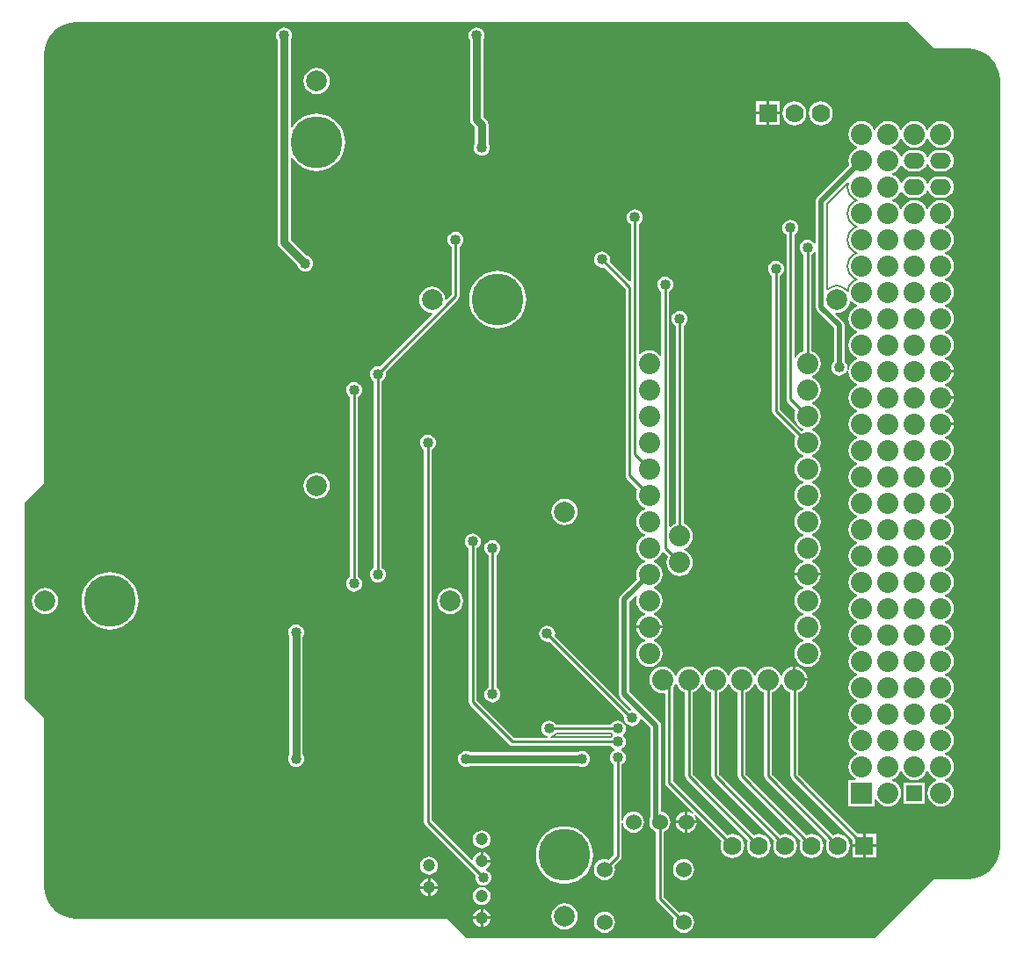
<source format=gbl>
%FSDAX24Y24*%
%MOIN*%
%SFA1B1*%

%IPPOS*%
%ADD18C,0.010000*%
%ADD19C,0.040000*%
%ADD20C,0.020000*%
%ADD21C,0.080000*%
%ADD24C,0.030000*%
%ADD25C,0.060000*%
%ADD26R,0.060000X0.060000*%
%ADD27C,0.080000*%
%ADD28O,0.080000X0.060000*%
%ADD29R,0.080000X0.080000*%
%ADD30C,0.070000*%
%ADD31R,0.070000X0.070000*%
%ADD32C,0.047200*%
%ADD33C,0.040000*%
%ADD34C,0.180000*%
%ADD35C,0.250000*%
%ADD36C,0.078700*%
%ADD37C,0.196900*%
%ADD40C,0.005000*%
%ADD70C,0.160000*%
%LNrwsv3-1*%
%LPD*%
G54D40*
X082079Y043425D02*
X083420D01*
X083579Y043404*
X083734Y043362*
X083882Y043300*
X084022Y043221*
X084149Y043123*
X084263Y043009*
X084361Y042882*
X084441Y042742*
X084502Y042594*
X084544Y042439*
X084565Y042280*
Y042200*
Y013200*
Y013119*
X084544Y012960*
X084502Y012805*
X084441Y012657*
X084361Y012517*
X084263Y012390*
X084149Y012276*
X084022Y012178*
X083882Y012098*
X083734Y012037*
X083579Y011995*
X083420Y011975*
X082079*
X079829Y009725*
X064380*
X063630Y010475*
X049509*
X049350Y010495*
X049195Y010537*
X049047Y010598*
X048907Y010678*
X048780Y010776*
X048666Y010890*
X048568Y011017*
X048489Y011157*
X048427Y011305*
X048385Y011460*
X048365Y011619*
Y011700*
Y018050*
X047615Y018800*
Y026189*
X048365Y026939*
Y043200*
Y043280*
X048385Y043439*
X048427Y043594*
X048489Y043742*
X048568Y043882*
X048666Y044009*
X048780Y044123*
X048907Y044221*
X049047Y044301*
X049195Y044362*
X049350Y044404*
X049509Y044425*
X081079*
X082079Y043425*
G54D18*
X082058Y043375D02*
X083417D01*
X083569Y043355*
X083718Y043314*
X083860Y043255*
X083994Y043179*
X084116Y043085*
X084225Y042976*
X084319Y042854*
X084396Y042720*
X084454Y042578*
X084495Y042429*
X084515Y042277*
Y042200*
Y013200*
Y013122*
X084495Y012970*
X084454Y012821*
X084396Y012679*
X084319Y012545*
X084225Y012423*
X084116Y012314*
X083994Y012220*
X083860Y012143*
X083718Y012085*
X083569Y012044*
X083417Y012025*
X082058*
X079808Y009775*
X064401*
X063651Y010525*
X049512*
X049360Y010544*
X049211Y010585*
X049069Y010643*
X048935Y010720*
X048813Y010814*
X048704Y010923*
X048610Y011045*
X048534Y011179*
X048475Y011321*
X048434Y011470*
X048415Y011622*
Y011700*
Y018071*
X047665Y018821*
Y026168*
X048415Y026918*
Y043200*
Y043277*
X048434Y043429*
X048475Y043578*
X048534Y043720*
X048610Y043854*
X048704Y043976*
X048813Y044085*
X048935Y044179*
X049069Y044256*
X049211Y044314*
X049360Y044355*
X049512Y044375*
X081058*
X082058Y043375*
G54D20*
X082017Y043275D02*
X083410D01*
X083549Y043256*
X083686Y043220*
X083816Y043165*
X083938Y043095*
X084050Y043010*
X084150Y042910*
X084236Y042798*
X084306Y042676*
X084359Y042546*
X084396Y042409*
X084415Y042270*
Y042200*
Y013200*
Y013129*
X084396Y012990*
X084359Y012853*
X084306Y012723*
X084236Y012601*
X084150Y012489*
X084050Y012389*
X083938Y012303*
X083816Y012233*
X083686Y012180*
X083549Y012143*
X083410Y012125*
X082017*
X079767Y009875*
X064442*
X063692Y010625*
X049519*
X049380Y010643*
X049243Y010680*
X049113Y010733*
X048991Y010803*
X048879Y010889*
X048779Y010989*
X048694Y011101*
X048624Y011223*
X048569Y011353*
X048533Y011490*
X048515Y011629*
Y011700*
Y018112*
X047765Y018862*
Y026127*
X048515Y026877*
Y043200*
Y043270*
X048533Y043409*
X048569Y043546*
X048624Y043676*
X048694Y043798*
X048779Y043910*
X048879Y044010*
X048991Y044096*
X049113Y044166*
X049243Y044219*
X049380Y044256*
X049519Y044275*
X081017*
X082017Y043275*
G54D19*
X081934Y043075D02*
X083397D01*
X083510Y043060*
X083621Y043030*
X083728Y042985*
X083827Y042929*
X083918Y042859*
X083999Y042778*
X084069Y042686*
X084126Y042588*
X084170Y042482*
X084200Y042370*
X084215Y042257*
Y042200*
Y013200*
Y013142*
X084200Y013029*
X084170Y012917*
X084126Y012811*
X084069Y012712*
X083999Y012621*
X083918Y012540*
X083826Y012470*
X083728Y012413*
X083622Y012369*
X083510Y012339*
X083397Y012325*
X081934*
X079684Y010075*
X064525*
X063775Y010825*
X049532*
X049419Y010839*
X049307Y010869*
X049201Y010913*
X049102Y010970*
X049011Y011040*
X048930Y011121*
X048860Y011212*
X048804Y011311*
X048759Y011418*
X048729Y011529*
X048715Y011642*
Y011700*
Y018195*
X047965Y018945*
Y026044*
X048715Y026794*
Y043200*
Y043257*
X048729Y043370*
X048759Y043481*
X048804Y043588*
X048860Y043687*
X048930Y043778*
X049011Y043859*
X049102Y043929*
X049201Y043986*
X049307Y044030*
X049419Y044060*
X049532Y044075*
X080934*
X081934Y043075*
G54D21*
X081768Y042675D02*
X083371D01*
X083432Y042667*
X083491Y042651*
X083551Y042626*
X083605Y042595*
X083653Y042558*
X083698Y042513*
X083736Y042464*
X083766Y042411*
X083790Y042353*
X083807Y042292*
X083815Y042231*
Y042200*
Y013200*
Y013168*
X083807Y013107*
X083790Y013046*
X083766Y012988*
X083736Y012935*
X083698Y012886*
X083653Y012841*
X083604Y012803*
X083551Y012773*
X083493Y012749*
X083432Y012732*
X083371Y012725*
X081768*
X079518Y010475*
X064691*
X063941Y011225*
X049557*
X049497Y011232*
X049436Y011249*
X049378Y011273*
X049325Y011303*
X049276Y011341*
X049231Y011386*
X049194Y011434*
X049163Y011488*
X049138Y011548*
X049122Y011607*
X049115Y011667*
Y011700*
Y018361*
X048365Y019111*
Y025878*
X049115Y026628*
Y043200*
Y043231*
X049122Y043292*
X049138Y043351*
X049163Y043411*
X049194Y043465*
X049231Y043513*
X049276Y043558*
X049325Y043596*
X049378Y043626*
X049436Y043650*
X049497Y043667*
X049558Y043675*
X080768*
X081768Y042675*
G54D70*
X081437Y041875D02*
X083320D01*
X083275Y041880*
X083231Y041892*
X083197Y041906*
X083161Y041927*
X083124Y041955*
X083095Y041984*
X083070Y042018*
X083047Y042057*
X083031Y042096*
X083020Y042135*
X083015Y042180*
Y042200*
Y013200*
Y013219*
X083020Y013264*
X083031Y013303*
X083047Y013342*
X083070Y013381*
X083095Y013415*
X083124Y013444*
X083158Y013469*
X083197Y013492*
X083236Y013508*
X083275Y013519*
X083320Y013525*
X081437*
X079187Y011275*
X065022*
X064272Y012025*
X049609*
X049654Y012019*
X049693Y012008*
X049732Y011992*
X049771Y011969*
X049805Y011943*
X049834Y011915*
X049862Y011878*
X049883Y011842*
X049897Y011807*
X049909Y011764*
X049915Y011719*
Y011700*
Y018692*
X049165Y019442*
Y025547*
X049915Y026297*
Y043200*
Y043180*
X049909Y043135*
X049897Y043092*
X049883Y043057*
X049862Y043021*
X049834Y042984*
X049805Y042955*
X049771Y042930*
X049732Y042907*
X049693Y042891*
X049654Y042880*
X049609Y042875*
X080437*
X081437Y041875*
X049970Y012070D02*
X079960D01*
X049970Y013670D02*
X082760D01*
X049970Y015270D02*
X082760D01*
X049970Y016870D02*
X082760D01*
X049970Y018470D02*
X082760D01*
X049170Y020070D02*
X082760D01*
X049170Y021670D02*
X082760D01*
X049170Y023270D02*
X082760D01*
X049170Y024870D02*
X082760D01*
X049970Y026470D02*
X082760D01*
X049970Y028070D02*
X082760D01*
X049970Y029670D02*
X082760D01*
X049970Y031270D02*
X082760D01*
X049970Y032870D02*
X082760D01*
X049970Y034470D02*
X082760D01*
X049970Y036070D02*
X082760D01*
X049970Y037670D02*
X082760D01*
X049970Y039270D02*
X082760D01*
X049970Y040870D02*
X082760D01*
X049970Y042470D02*
X080760D01*
G54D18*
X078776Y038342D02*
X078779Y038350D01*
X078760Y038199*
X078779Y038049*
X078837Y037910*
X078929Y037789*
X079050Y037697*
X079100Y037676*
Y037723*
X079050Y037702*
X078929Y037610*
X078837Y037489*
X078779Y037350*
X078760Y037200*
X078779Y037049*
X078837Y036910*
X078929Y036789*
X079050Y036697*
X079100Y036676*
Y036723*
X079050Y036702*
X078929Y036610*
X078837Y036489*
X078779Y036350*
X078760Y036200*
X078779Y036049*
X078837Y035910*
X078929Y035789*
X079050Y035697*
X079100Y035676*
Y035723*
X079050Y035702*
X078929Y035610*
X078837Y035489*
X078779Y035350*
X078760Y035200*
X078779Y035049*
X078837Y034910*
X078929Y034789*
X079050Y034697*
X079100Y034676*
Y034723*
X079050Y034702*
X078929Y034610*
X078837Y034489*
X078779Y034350*
X078774Y034310*
X078818Y034322*
X078810Y034333*
X078691Y034425*
X078553Y034482*
X078405Y034501*
X078256Y034482*
X078118Y034425*
X078051Y034374*
X078090Y034360*
Y037555*
X078835Y038301*
X078776Y038342*
X078100Y034430D02*
Y037560D01*
X078200Y034470D02*
Y037660D01*
X078300Y034510D02*
Y037760D01*
X078400Y034510D02*
Y037860D01*
X078500Y034510D02*
Y037960D01*
X078600Y034490D02*
Y038060D01*
X078700Y034450D02*
Y038160D01*
X078800Y034330D02*
Y034320D01*
Y034410D02*
Y035000D01*
Y035410D02*
Y036000D01*
Y036410D02*
Y037000D01*
Y037410D02*
Y038000D01*
Y038290D02*
Y038320D01*
X078900Y034590D02*
Y034820D01*
Y035590D02*
Y035820D01*
Y036590D02*
Y036820D01*
Y037590D02*
Y037820D01*
X079000Y034690D02*
Y034720D01*
Y035690D02*
Y035720D01*
Y036690D02*
Y036720D01*
Y037690D02*
Y037720D01*
G54D40*
X067620Y017350D02*
X069830D01*
X067710Y017400D02*
X069860D01*
X067760Y017450D02*
X069830D01*
%LNrwsv3-2*%
%LPC*%
G36*
X058673Y042718D02*
X058544Y042701D01*
X058424Y042651*
X058321Y042572*
X058241Y042469*
X058192Y042349*
X058175Y042220*
X058192Y042091*
X058241Y041971*
X058321Y041868*
X058424Y041788*
X058544Y041739*
X058673Y041722*
X058802Y041739*
X058922Y041788*
X059025Y041868*
X059104Y041971*
X059154Y042091*
X059171Y042220*
X059154Y042349*
X059104Y042469*
X059025Y042572*
X058922Y042651*
X058802Y042701*
X058673Y042718*
G37*
G36*
X076240Y041450D02*
X075840D01*
Y041050*
X076240*
Y041450*
G37*
G36*
X075740D02*
X075340D01*
Y041050*
X075740*
Y041450*
G37*
G36*
X076240Y040950D02*
X075840D01*
Y040550*
X076240*
Y040950*
G37*
G36*
X075740D02*
X075340D01*
Y040550*
X075740*
Y040950*
G37*
G36*
X077790Y041454D02*
X077673Y041438D01*
X077563Y041393*
X077469Y041321*
X077397Y041227*
X077352Y041117*
X077336Y041000*
X077352Y040883*
X077397Y040773*
X077469Y040679*
X077563Y040607*
X077673Y040562*
X077790Y040546*
X077907Y040562*
X078017Y040607*
X078111Y040679*
X078183Y040773*
X078228Y040883*
X078244Y041000*
X078228Y041117*
X078183Y041227*
X078111Y041321*
X078017Y041393*
X077907Y041438*
X077790Y041454*
G37*
G36*
X076790D02*
X076673Y041438D01*
X076563Y041393*
X076469Y041321*
X076397Y041227*
X076352Y041117*
X076336Y041000*
X076352Y040883*
X076397Y040773*
X076469Y040679*
X076563Y040607*
X076673Y040562*
X076790Y040546*
X076907Y040562*
X077017Y040607*
X077111Y040679*
X077183Y040773*
X077228Y040883*
X077244Y041000*
X077228Y041117*
X077183Y041227*
X077111Y041321*
X077017Y041393*
X076907Y041438*
X076790Y041454*
G37*
G36*
X082340Y040704D02*
X082209Y040687D01*
X082088Y040637*
X081983Y040557*
X081903Y040452*
X081867Y040365*
X081813*
X081777Y040452*
X081697Y040557*
X081592Y040637*
X081471Y040687*
X081340Y040704*
X081209Y040687*
X081088Y040637*
X080983Y040557*
X080903Y040452*
X080867Y040365*
X080813*
X080777Y040452*
X080697Y040557*
X080592Y040637*
X080471Y040687*
X080340Y040704*
X080209Y040687*
X080088Y040637*
X079983Y040557*
X079903Y040452*
X079867Y040365*
X079813*
X079777Y040452*
X079697Y040557*
X079592Y040637*
X079471Y040687*
X079340Y040704*
X079209Y040687*
X079088Y040637*
X078983Y040557*
X078903Y040452*
X078853Y040331*
X078836Y040200*
X078853Y040069*
X078903Y039948*
X078983Y039843*
X079088Y039763*
X079175Y039727*
Y039673*
X079088Y039637*
X078983Y039557*
X078903Y039452*
X078853Y039331*
X078836Y039200*
X078853Y039069*
X078873Y039021*
X077667Y037815*
X077623Y037749*
X077607Y037671*
Y036048*
X077557Y036039*
X077552Y036051*
X077504Y036114*
X077441Y036162*
X077368Y036192*
X077290Y036203*
X077212Y036192*
X077139Y036162*
X077076Y036114*
X077028Y036051*
X076998Y035978*
X076987Y035900*
X076998Y035822*
X077028Y035749*
X077076Y035686*
X077137Y035639*
Y031978*
X077038Y031937*
X076933Y031857*
X076853Y031752*
X076843Y031727*
X076793Y031737*
Y036389*
X076854Y036436*
X076902Y036499*
X076932Y036572*
X076943Y036650*
X076932Y036728*
X076902Y036801*
X076854Y036864*
X076791Y036912*
X076718Y036942*
X076640Y036953*
X076562Y036942*
X076489Y036912*
X076426Y036864*
X076378Y036801*
X076348Y036728*
X076337Y036650*
X076348Y036572*
X076378Y036499*
X076426Y036436*
X076487Y036389*
Y030150*
X076499Y030091*
X076532Y030042*
X076844Y029730*
X076803Y029631*
X076786Y029500*
X076803Y029369*
X076853Y029248*
X076933Y029143*
X077038Y029063*
X077125Y029027*
Y028973*
X077060Y028946*
X076243Y029763*
Y034839*
X076304Y034886*
X076352Y034949*
X076382Y035022*
X076393Y035100*
X076382Y035178*
X076352Y035251*
X076304Y035314*
X076241Y035362*
X076168Y035392*
X076090Y035403*
X076012Y035392*
X075939Y035362*
X075876Y035314*
X075828Y035251*
X075798Y035178*
X075787Y035100*
X075798Y035022*
X075828Y034949*
X075876Y034886*
X075937Y034839*
Y029700*
X075949Y029641*
X075982Y029592*
X076844Y028730*
X076803Y028631*
X076786Y028500*
X076803Y028369*
X076853Y028248*
X076933Y028143*
X077038Y028063*
X077125Y028027*
Y027973*
X077038Y027937*
X076933Y027857*
X076853Y027752*
X076803Y027631*
X076786Y027500*
X076803Y027369*
X076853Y027248*
X076933Y027143*
X077038Y027063*
X077125Y027027*
Y026973*
X077038Y026937*
X076933Y026857*
X076853Y026752*
X076803Y026631*
X076786Y026500*
X076803Y026369*
X076853Y026248*
X076933Y026143*
X077038Y026063*
X077125Y026027*
Y025973*
X077038Y025937*
X076933Y025857*
X076853Y025752*
X076803Y025631*
X076786Y025500*
X076803Y025369*
X076853Y025248*
X076933Y025143*
X077038Y025063*
X077125Y025027*
Y024973*
X077038Y024937*
X076933Y024857*
X076853Y024752*
X076803Y024631*
X076786Y024500*
X076803Y024369*
X076853Y024248*
X076933Y024143*
X077038Y024063*
X077125Y024027*
Y023973*
X077038Y023937*
X076933Y023857*
X076853Y023752*
X076803Y023631*
X076792Y023550*
X077290*
X077788*
X077777Y023631*
X077727Y023752*
X077647Y023857*
X077542Y023937*
X077455Y023973*
Y024027*
X077542Y024063*
X077647Y024143*
X077727Y024248*
X077777Y024369*
X077794Y024500*
X077777Y024631*
X077727Y024752*
X077647Y024857*
X077542Y024937*
X077455Y024973*
Y025027*
X077542Y025063*
X077647Y025143*
X077727Y025248*
X077777Y025369*
X077794Y025500*
X077777Y025631*
X077727Y025752*
X077647Y025857*
X077542Y025937*
X077455Y025973*
Y026027*
X077542Y026063*
X077647Y026143*
X077727Y026248*
X077777Y026369*
X077794Y026500*
X077777Y026631*
X077727Y026752*
X077647Y026857*
X077542Y026937*
X077455Y026973*
Y027027*
X077542Y027063*
X077647Y027143*
X077727Y027248*
X077777Y027369*
X077794Y027500*
X077777Y027631*
X077727Y027752*
X077647Y027857*
X077542Y027937*
X077455Y027973*
Y028027*
X077542Y028063*
X077647Y028143*
X077727Y028248*
X077777Y028369*
X077794Y028500*
X077777Y028631*
X077727Y028752*
X077647Y028857*
X077542Y028937*
X077455Y028973*
Y029027*
X077542Y029063*
X077647Y029143*
X077727Y029248*
X077777Y029369*
X077794Y029500*
X077777Y029631*
X077727Y029752*
X077647Y029857*
X077542Y029937*
X077455Y029973*
Y030027*
X077542Y030063*
X077647Y030143*
X077727Y030248*
X077777Y030369*
X077794Y030500*
X077777Y030631*
X077727Y030752*
X077647Y030857*
X077542Y030937*
X077455Y030973*
Y031027*
X077542Y031063*
X077647Y031143*
X077727Y031248*
X077777Y031369*
X077794Y031500*
X077777Y031631*
X077727Y031752*
X077647Y031857*
X077542Y031937*
X077443Y031978*
Y035639*
X077504Y035686*
X077552Y035749*
X077557Y035761*
X077607Y035752*
Y033629*
X077623Y033551*
X077667Y033485*
X078286Y032866*
Y031572*
X078276Y031564*
X078228Y031501*
X078198Y031428*
X078187Y031350*
X078198Y031272*
X078228Y031199*
X078276Y031136*
X078339Y031088*
X078412Y031058*
X078490Y031047*
X078568Y031058*
X078641Y031088*
X078704Y031136*
X078752Y031199*
X078782Y031272*
X078793Y031350*
X078782Y031428*
X078752Y031501*
X078704Y031564*
X078694Y031572*
Y032950*
X078678Y033028*
X078634Y033094*
X078337Y033392*
X078359Y033436*
X078405Y033430*
X078534Y033447*
X078654Y033497*
X078757Y033576*
X078836Y033679*
X078886Y033799*
X078896Y033875*
X078948Y033889*
X078983Y033843*
X079088Y033763*
X079175Y033727*
Y033673*
X079088Y033637*
X078983Y033557*
X078903Y033452*
X078853Y033331*
X078836Y033200*
X078853Y033069*
X078903Y032948*
X078983Y032843*
X079088Y032763*
X079175Y032727*
Y032673*
X079088Y032637*
X078983Y032557*
X078903Y032452*
X078853Y032331*
X078836Y032200*
X078853Y032069*
X078903Y031948*
X078983Y031843*
X079088Y031763*
X079175Y031727*
Y031673*
X079088Y031637*
X078983Y031557*
X078903Y031452*
X078853Y031331*
X078836Y031200*
X078853Y031069*
X078903Y030948*
X078983Y030843*
X079088Y030763*
X079175Y030727*
Y030673*
X079088Y030637*
X078983Y030557*
X078903Y030452*
X078853Y030331*
X078836Y030200*
X078853Y030069*
X078903Y029948*
X078983Y029843*
X079088Y029763*
X079175Y029727*
Y029673*
X079088Y029637*
X078983Y029557*
X078903Y029452*
X078853Y029331*
X078836Y029200*
X078853Y029069*
X078903Y028948*
X078983Y028843*
X079088Y028763*
X079175Y028727*
Y028673*
X079088Y028637*
X078983Y028557*
X078903Y028452*
X078853Y028331*
X078836Y028200*
X078853Y028069*
X078903Y027948*
X078983Y027843*
X079088Y027763*
X079175Y027727*
Y027673*
X079088Y027637*
X078983Y027557*
X078903Y027452*
X078853Y027331*
X078836Y027200*
X078853Y027069*
X078903Y026948*
X078983Y026843*
X079088Y026763*
X079175Y026727*
Y026673*
X079088Y026637*
X078983Y026557*
X078903Y026452*
X078853Y026331*
X078836Y026200*
X078853Y026069*
X078903Y025948*
X078983Y025843*
X079088Y025763*
X079175Y025727*
Y025673*
X079088Y025637*
X078983Y025557*
X078903Y025452*
X078853Y025331*
X078836Y025200*
X078853Y025069*
X078903Y024948*
X078983Y024843*
X079088Y024763*
X079175Y024727*
Y024673*
X079088Y024637*
X078983Y024557*
X078903Y024452*
X078853Y024331*
X078836Y024200*
X078853Y024069*
X078903Y023948*
X078983Y023843*
X079088Y023763*
X079175Y023727*
Y023673*
X079088Y023637*
X078983Y023557*
X078903Y023452*
X078853Y023331*
X078836Y023200*
X078853Y023069*
X078903Y022948*
X078983Y022843*
X079088Y022763*
X079175Y022727*
Y022673*
X079088Y022637*
X078983Y022557*
X078903Y022452*
X078853Y022331*
X078836Y022200*
X078853Y022069*
X078903Y021948*
X078983Y021843*
X079088Y021763*
X079175Y021727*
Y021673*
X079088Y021637*
X078983Y021557*
X078903Y021452*
X078853Y021331*
X078836Y021200*
X078853Y021069*
X078903Y020948*
X078983Y020843*
X079088Y020763*
X079175Y020727*
Y020673*
X079088Y020637*
X078983Y020557*
X078903Y020452*
X078853Y020331*
X078836Y020200*
X078853Y020069*
X078903Y019948*
X078983Y019843*
X079088Y019763*
X079175Y019727*
Y019673*
X079088Y019637*
X078983Y019557*
X078903Y019452*
X078853Y019331*
X078836Y019200*
X078853Y019069*
X078903Y018948*
X078983Y018843*
X079088Y018763*
X079175Y018727*
Y018673*
X079088Y018637*
X078983Y018557*
X078903Y018452*
X078853Y018331*
X078836Y018200*
X078853Y018069*
X078903Y017948*
X078983Y017843*
X079088Y017763*
X079175Y017727*
Y017673*
X079088Y017637*
X078983Y017557*
X078903Y017452*
X078853Y017331*
X078836Y017200*
X078853Y017069*
X078903Y016948*
X078983Y016843*
X079088Y016763*
X079175Y016727*
Y016673*
X079088Y016637*
X078983Y016557*
X078903Y016452*
X078853Y016331*
X078836Y016200*
X078853Y016069*
X078903Y015948*
X078983Y015843*
X079088Y015763*
X079120Y015750*
X079110Y015700*
X078840*
Y014700*
X079840*
Y014970*
X079890Y014980*
X079903Y014948*
X079983Y014843*
X080088Y014763*
X080209Y014713*
X080340Y014696*
X080471Y014713*
X080592Y014763*
X080697Y014843*
X080777Y014948*
X080827Y015069*
X080844Y015200*
X080827Y015331*
X080777Y015452*
X080697Y015557*
X080592Y015637*
X080505Y015673*
Y015727*
X080592Y015763*
X080697Y015843*
X080777Y015948*
X080813Y016035*
X080867*
X080903Y015948*
X080983Y015843*
X081088Y015763*
X081209Y015713*
X081340Y015696*
X081471Y015713*
X081592Y015763*
X081697Y015843*
X081777Y015948*
X081813Y016035*
X081867*
X081903Y015948*
X081983Y015843*
X082088Y015763*
X082175Y015727*
Y015673*
X082088Y015637*
X081983Y015557*
X081903Y015452*
X081853Y015331*
X081836Y015200*
X081853Y015069*
X081903Y014948*
X081983Y014843*
X082088Y014763*
X082209Y014713*
X082340Y014696*
X082471Y014713*
X082592Y014763*
X082697Y014843*
X082777Y014948*
X082827Y015069*
X082844Y015200*
X082827Y015331*
X082777Y015452*
X082697Y015557*
X082592Y015637*
X082505Y015673*
Y015727*
X082592Y015763*
X082697Y015843*
X082777Y015948*
X082827Y016069*
X082844Y016200*
X082827Y016331*
X082777Y016452*
X082697Y016557*
X082592Y016637*
X082505Y016673*
Y016727*
X082592Y016763*
X082697Y016843*
X082777Y016948*
X082827Y017069*
X082844Y017200*
X082827Y017331*
X082777Y017452*
X082697Y017557*
X082592Y017637*
X082505Y017673*
Y017727*
X082592Y017763*
X082697Y017843*
X082777Y017948*
X082827Y018069*
X082844Y018200*
X082827Y018331*
X082777Y018452*
X082697Y018557*
X082592Y018637*
X082505Y018673*
Y018727*
X082592Y018763*
X082697Y018843*
X082777Y018948*
X082827Y019069*
X082844Y019200*
X082827Y019331*
X082777Y019452*
X082697Y019557*
X082592Y019637*
X082505Y019673*
Y019727*
X082592Y019763*
X082697Y019843*
X082777Y019948*
X082827Y020069*
X082844Y020200*
X082827Y020331*
X082777Y020452*
X082697Y020557*
X082592Y020637*
X082505Y020673*
Y020727*
X082592Y020763*
X082697Y020843*
X082777Y020948*
X082827Y021069*
X082844Y021200*
X082827Y021331*
X082777Y021452*
X082697Y021557*
X082592Y021637*
X082505Y021673*
Y021727*
X082592Y021763*
X082697Y021843*
X082777Y021948*
X082827Y022069*
X082844Y022200*
X082827Y022331*
X082777Y022452*
X082697Y022557*
X082592Y022637*
X082505Y022673*
Y022727*
X082592Y022763*
X082697Y022843*
X082777Y022948*
X082827Y023069*
X082844Y023200*
X082827Y023331*
X082777Y023452*
X082697Y023557*
X082592Y023637*
X082505Y023673*
Y023727*
X082592Y023763*
X082697Y023843*
X082777Y023948*
X082827Y024069*
X082844Y024200*
X082827Y024331*
X082777Y024452*
X082697Y024557*
X082592Y024637*
X082505Y024673*
Y024727*
X082592Y024763*
X082697Y024843*
X082777Y024948*
X082827Y025069*
X082844Y025200*
X082827Y025331*
X082777Y025452*
X082697Y025557*
X082592Y025637*
X082505Y025673*
Y025727*
X082592Y025763*
X082697Y025843*
X082777Y025948*
X082827Y026069*
X082844Y026200*
X082827Y026331*
X082777Y026452*
X082697Y026557*
X082592Y026637*
X082505Y026673*
Y026727*
X082592Y026763*
X082697Y026843*
X082777Y026948*
X082827Y027069*
X082844Y027200*
X082827Y027331*
X082777Y027452*
X082697Y027557*
X082592Y027637*
X082505Y027673*
Y027727*
X082592Y027763*
X082697Y027843*
X082777Y027948*
X082827Y028069*
X082844Y028200*
X082827Y028331*
X082777Y028452*
X082697Y028557*
X082592Y028637*
X082505Y028673*
Y028727*
X082592Y028763*
X082697Y028843*
X082777Y028948*
X082827Y029069*
X082838Y029150*
X082340*
Y029250*
X082838*
X082827Y029331*
X082777Y029452*
X082697Y029557*
X082592Y029637*
X082505Y029673*
Y029727*
X082592Y029763*
X082697Y029843*
X082777Y029948*
X082827Y030069*
X082838Y030150*
X082340*
Y030250*
X082838*
X082827Y030331*
X082777Y030452*
X082697Y030557*
X082592Y030637*
X082505Y030673*
Y030727*
X082592Y030763*
X082697Y030843*
X082777Y030948*
X082827Y031069*
X082838Y031150*
X082340*
Y031250*
X082838*
X082827Y031331*
X082777Y031452*
X082697Y031557*
X082592Y031637*
X082505Y031673*
Y031727*
X082592Y031763*
X082697Y031843*
X082777Y031948*
X082827Y032069*
X082844Y032200*
X082827Y032331*
X082777Y032452*
X082697Y032557*
X082592Y032637*
X082505Y032673*
Y032727*
X082592Y032763*
X082697Y032843*
X082777Y032948*
X082827Y033069*
X082844Y033200*
X082827Y033331*
X082777Y033452*
X082697Y033557*
X082592Y033637*
X082505Y033673*
Y033727*
X082592Y033763*
X082697Y033843*
X082777Y033948*
X082827Y034069*
X082844Y034200*
X082827Y034331*
X082777Y034452*
X082697Y034557*
X082592Y034637*
X082505Y034673*
Y034727*
X082592Y034763*
X082697Y034843*
X082777Y034948*
X082827Y035069*
X082844Y035200*
X082827Y035331*
X082777Y035452*
X082697Y035557*
X082592Y035637*
X082505Y035673*
Y035727*
X082592Y035763*
X082697Y035843*
X082777Y035948*
X082827Y036069*
X082844Y036200*
X082827Y036331*
X082777Y036452*
X082697Y036557*
X082592Y036637*
X082505Y036673*
Y036727*
X082592Y036763*
X082697Y036843*
X082777Y036948*
X082827Y037069*
X082844Y037200*
X082827Y037331*
X082777Y037452*
X082697Y037557*
X082592Y037637*
X082471Y037687*
X082340Y037704*
X082209Y037687*
X082088Y037637*
X081983Y037557*
X081903Y037452*
X081867Y037365*
X081813*
X081777Y037452*
X081697Y037557*
X081592Y037637*
X081471Y037687*
X081340Y037704*
X081209Y037687*
X081088Y037637*
X080983Y037557*
X080903Y037452*
X080867Y037365*
X080813*
X080777Y037452*
X080697Y037557*
X080592Y037637*
X080505Y037673*
Y037727*
X080592Y037763*
X080697Y037843*
X080777Y037948*
X080817Y038045*
X080871*
X080891Y037998*
X080955Y037915*
X081038Y037851*
X081136Y037810*
X081240Y037797*
X081440*
X081544Y037810*
X081642Y037851*
X081725Y037915*
X081789Y037998*
X081813Y038055*
X081867*
X081891Y037998*
X081955Y037915*
X082038Y037851*
X082136Y037810*
X082240Y037797*
X082440*
X082544Y037810*
X082642Y037851*
X082725Y037915*
X082789Y037998*
X082830Y038096*
X082843Y038200*
X082830Y038304*
X082789Y038402*
X082725Y038485*
X082642Y038549*
X082544Y038590*
X082440Y038603*
X082240*
X082136Y038590*
X082038Y038549*
X081955Y038485*
X081891Y038402*
X081867Y038345*
X081813*
X081789Y038402*
X081725Y038485*
X081642Y038549*
X081544Y038590*
X081440Y038603*
X081240*
X081136Y038590*
X081038Y038549*
X080955Y038485*
X080891Y038402*
X080871Y038355*
X080817*
X080777Y038452*
X080697Y038557*
X080592Y038637*
X080505Y038673*
Y038727*
X080592Y038763*
X080697Y038843*
X080777Y038948*
X080817Y039045*
X080871*
X080891Y038998*
X080955Y038915*
X081038Y038851*
X081136Y038810*
X081240Y038797*
X081440*
X081544Y038810*
X081642Y038851*
X081725Y038915*
X081789Y038998*
X081813Y039055*
X081867*
X081891Y038998*
X081955Y038915*
X082038Y038851*
X082136Y038810*
X082240Y038797*
X082440*
X082544Y038810*
X082642Y038851*
X082725Y038915*
X082789Y038998*
X082830Y039096*
X082843Y039200*
X082830Y039304*
X082789Y039402*
X082725Y039485*
X082642Y039549*
X082544Y039590*
X082440Y039603*
X082240*
X082136Y039590*
X082038Y039549*
X081955Y039485*
X081891Y039402*
X081867Y039345*
X081813*
X081789Y039402*
X081725Y039485*
X081642Y039549*
X081544Y039590*
X081440Y039603*
X081240*
X081136Y039590*
X081038Y039549*
X080955Y039485*
X080891Y039402*
X080871Y039355*
X080817*
X080777Y039452*
X080697Y039557*
X080592Y039637*
X080505Y039673*
Y039727*
X080592Y039763*
X080697Y039843*
X080777Y039948*
X080813Y040035*
X080867*
X080903Y039948*
X080983Y039843*
X081088Y039763*
X081209Y039713*
X081340Y039696*
X081471Y039713*
X081592Y039763*
X081697Y039843*
X081777Y039948*
X081813Y040035*
X081867*
X081903Y039948*
X081983Y039843*
X082088Y039763*
X082209Y039713*
X082340Y039696*
X082471Y039713*
X082592Y039763*
X082697Y039843*
X082777Y039948*
X082827Y040069*
X082844Y040200*
X082827Y040331*
X082777Y040452*
X082697Y040557*
X082592Y040637*
X082471Y040687*
X082340Y040704*
G37*
G36*
X064740Y044253D02*
X064662Y044242D01*
X064589Y044212*
X064526Y044164*
X064478Y044101*
X064448Y044028*
X064437Y043950*
X064448Y043872*
X064478Y043799*
X064485Y043789*
Y040814*
X064490Y040789*
X064485Y040764*
X064504Y040666*
X064560Y040583*
X064679Y040464*
Y039854*
X064672Y039845*
X064641Y039772*
X064631Y039694*
X064641Y039615*
X064672Y039542*
X064720Y039480*
X064782Y039432*
X064855Y039401*
X064934Y039391*
X065012Y039401*
X065085Y039432*
X065148Y039480*
X065196Y039542*
X065226Y039615*
X065236Y039694*
X065226Y039772*
X065196Y039845*
X065189Y039854*
Y040570*
X065169Y040667*
X065114Y040750*
X064995Y040869*
Y043789*
X065002Y043799*
X065032Y043872*
X065043Y043950*
X065032Y044028*
X065002Y044101*
X064954Y044164*
X064891Y044212*
X064818Y044242*
X064740Y044253*
G37*
G36*
X057438Y044251D02*
X057360Y044241D01*
X057287Y044210*
X057224Y044162*
X057176Y044100*
X057146Y044027*
X057136Y043948*
X057146Y043870*
X057176Y043797*
X057184Y043788*
Y036102*
X057203Y036004*
X057258Y035921*
X057946Y035233*
X057948Y035222*
X057978Y035149*
X058026Y035086*
X058089Y035038*
X058162Y035008*
X058240Y034997*
X058318Y035008*
X058391Y035038*
X058454Y035086*
X058502Y035149*
X058532Y035222*
X058543Y035300*
X058532Y035378*
X058502Y035451*
X058454Y035514*
X058391Y035562*
X058318Y035592*
X058307Y035594*
X057693Y036207*
Y039327*
X057743Y039341*
X057793Y039261*
X057904Y039131*
X058033Y039020*
X058179Y038931*
X058337Y038866*
X058503Y038826*
X058673Y038812*
X058843Y038826*
X059009Y038866*
X059166Y038931*
X059312Y039020*
X059442Y039131*
X059553Y039261*
X059642Y039406*
X059707Y039564*
X059747Y039730*
X059760Y039900*
X059747Y040070*
X059707Y040236*
X059642Y040394*
X059553Y040539*
X059442Y040669*
X059312Y040780*
X059166Y040869*
X059009Y040934*
X058843Y040974*
X058673Y040988*
X058503Y040974*
X058337Y040934*
X058179Y040869*
X058033Y040780*
X057904Y040669*
X057793Y040539*
X057743Y040459*
X057693Y040473*
Y043788*
X057700Y043797*
X057731Y043870*
X057741Y043948*
X057731Y044027*
X057700Y044100*
X057652Y044162*
X057590Y044210*
X057517Y044241*
X057438Y044251*
G37*
G36*
X070740Y037353D02*
X070662Y037342D01*
X070589Y037312*
X070526Y037264*
X070478Y037201*
X070448Y037128*
X070437Y037050*
X070448Y036972*
X070478Y036899*
X070526Y036836*
X070587Y036789*
Y034635*
X070541Y034615*
X069783Y035374*
X069793Y035450*
X069782Y035528*
X069752Y035601*
X069704Y035664*
X069641Y035712*
X069568Y035742*
X069490Y035753*
X069412Y035742*
X069339Y035712*
X069276Y035664*
X069228Y035601*
X069198Y035528*
X069187Y035450*
X069198Y035372*
X069228Y035299*
X069276Y035236*
X069339Y035188*
X069412Y035158*
X069490Y035147*
X069566Y035157*
X070387Y034337*
Y027250*
X070399Y027191*
X070432Y027142*
X070844Y026730*
X070803Y026631*
X070786Y026500*
X070803Y026369*
X070853Y026248*
X070933Y026143*
X071038Y026063*
X071125Y026027*
Y025973*
X071038Y025937*
X070933Y025857*
X070853Y025752*
X070803Y025631*
X070786Y025500*
X070803Y025369*
X070853Y025248*
X070933Y025143*
X071038Y025063*
X071125Y025027*
Y024973*
X071038Y024937*
X070933Y024857*
X070853Y024752*
X070803Y024631*
X070786Y024500*
X070803Y024369*
X070853Y024248*
X070933Y024143*
X071038Y024063*
X071125Y024027*
Y023973*
X071038Y023937*
X070933Y023857*
X070853Y023752*
X070803Y023631*
X070786Y023500*
X070803Y023369*
X070823Y023321*
X070196Y022694*
X070152Y022628*
X070136Y022550*
Y018953*
X070152Y018875*
X070196Y018809*
X070606Y018399*
X070589Y018348*
X070570Y018343*
X070562Y018342*
X070557Y018340*
X070542Y018337*
X067705Y021174*
X067715Y021250*
X067705Y021328*
X067675Y021401*
X067627Y021464*
X067564Y021512*
X067491Y021542*
X067413Y021553*
X067335Y021542*
X067262Y021512*
X067199Y021464*
X067151Y021401*
X067121Y021328*
X067110Y021250*
X067121Y021172*
X067151Y021099*
X067199Y021036*
X067262Y020988*
X067335Y020958*
X067413Y020947*
X067489Y020957*
X070344Y018102*
X070337Y018050*
X070348Y017972*
X070378Y017899*
X070426Y017836*
X070489Y017788*
X070562Y017758*
X070640Y017747*
X070718Y017758*
X070791Y017788*
X070854Y017836*
X070902Y017899*
X070932Y017972*
X070936Y017998*
X070989Y018016*
X071336Y017668*
Y014291*
X071300Y014204*
X071287Y014100*
X071300Y013996*
X071341Y013898*
X071405Y013815*
X071488Y013751*
X071537Y013730*
Y011200*
X071549Y011141*
X071582Y011092*
X072221Y010453*
X072200Y010404*
X072187Y010300*
X072200Y010196*
X072241Y010098*
X072305Y010015*
X072388Y009951*
X072486Y009910*
X072590Y009897*
X072694Y009910*
X072792Y009951*
X072875Y010015*
X072939Y010098*
X072980Y010196*
X072993Y010300*
X072980Y010404*
X072939Y010502*
X072875Y010585*
X072792Y010649*
X072694Y010690*
X072590Y010703*
X072486Y010690*
X072437Y010669*
X071843Y011263*
Y013730*
X071892Y013751*
X071975Y013815*
X072039Y013898*
X072080Y013996*
X072093Y014100*
X072080Y014204*
X072039Y014302*
X071975Y014385*
X071892Y014449*
X071794Y014490*
X071744Y014496*
Y017753*
X071728Y017831*
X071684Y017897*
X070544Y019037*
Y022466*
X070777Y022699*
X070819Y022670*
X070803Y022631*
X070786Y022500*
X070803Y022369*
X070853Y022248*
X070933Y022143*
X071038Y022063*
X071125Y022027*
Y021973*
X071038Y021937*
X070933Y021857*
X070853Y021752*
X070803Y021631*
X070792Y021550*
X071290*
X071788*
X071777Y021631*
X071727Y021752*
X071647Y021857*
X071542Y021937*
X071455Y021973*
Y022027*
X071542Y022063*
X071647Y022143*
X071727Y022248*
X071777Y022369*
X071794Y022500*
X071777Y022631*
X071727Y022752*
X071647Y022857*
X071542Y022937*
X071455Y022973*
Y023027*
X071542Y023063*
X071647Y023143*
X071727Y023248*
X071777Y023369*
X071794Y023500*
X071777Y023631*
X071727Y023752*
X071647Y023857*
X071542Y023937*
X071455Y023973*
Y024027*
X071542Y024063*
X071647Y024143*
X071727Y024248*
X071764Y024339*
X071823Y024350*
X071994Y024180*
X071953Y024081*
X071936Y023950*
X071953Y023819*
X072003Y023698*
X072083Y023593*
X072188Y023513*
X072309Y023463*
X072440Y023446*
X072571Y023463*
X072692Y023513*
X072797Y023593*
X072877Y023698*
X072927Y023819*
X072944Y023950*
X072927Y024081*
X072877Y024202*
X072797Y024307*
X072692Y024387*
X072605Y024423*
Y024477*
X072692Y024513*
X072797Y024593*
X072877Y024698*
X072927Y024819*
X072944Y024950*
X072927Y025081*
X072877Y025202*
X072797Y025307*
X072692Y025387*
X072593Y025428*
Y032939*
X072654Y032986*
X072702Y033049*
X072732Y033122*
X072743Y033200*
X072732Y033278*
X072702Y033351*
X072654Y033414*
X072591Y033462*
X072518Y033492*
X072440Y033503*
X072362Y033492*
X072289Y033462*
X072226Y033414*
X072178Y033351*
X072148Y033278*
X072137Y033200*
X072148Y033122*
X072178Y033049*
X072226Y032986*
X072287Y032939*
Y025428*
X072188Y025387*
X072093Y025314*
X072043Y025329*
Y034239*
X072104Y034286*
X072152Y034349*
X072182Y034422*
X072193Y034500*
X072182Y034578*
X072152Y034651*
X072104Y034714*
X072041Y034762*
X071968Y034792*
X071890Y034803*
X071812Y034792*
X071739Y034762*
X071676Y034714*
X071628Y034651*
X071598Y034578*
X071587Y034500*
X071598Y034422*
X071628Y034349*
X071676Y034286*
X071737Y034239*
Y031821*
X071687Y031804*
X071647Y031857*
X071542Y031937*
X071421Y031987*
X071290Y032004*
X071159Y031987*
X071038Y031937*
X070943Y031864*
X070893Y031879*
Y036789*
X070954Y036836*
X071002Y036899*
X071032Y036972*
X071043Y037050*
X071032Y037128*
X071002Y037201*
X070954Y037264*
X070891Y037312*
X070818Y037342*
X070740Y037353*
G37*
G36*
X063940Y036503D02*
X063862Y036492D01*
X063789Y036462*
X063726Y036414*
X063678Y036351*
X063648Y036278*
X063637Y036200*
X063648Y036122*
X063678Y036049*
X063726Y035986*
X063787Y035939*
Y034112*
X063594Y033919*
X063547Y033943*
X063532Y034057*
X063482Y034177*
X063403Y034280*
X063300Y034360*
X063180Y034409*
X063051Y034426*
X062922Y034409*
X062802Y034360*
X062699Y034280*
X062619Y034177*
X062570Y034057*
X062553Y033928*
X062570Y033799*
X062619Y033679*
X062699Y033576*
X062802Y033497*
X062922Y033447*
X063036Y033432*
X063060Y033385*
X061067Y031392*
X060990Y031403*
X060912Y031392*
X060839Y031362*
X060776Y031314*
X060728Y031251*
X060698Y031178*
X060687Y031100*
X060698Y031022*
X060728Y030949*
X060776Y030886*
X060837Y030839*
Y023761*
X060776Y023714*
X060728Y023651*
X060698Y023578*
X060687Y023500*
X060698Y023422*
X060728Y023349*
X060776Y023286*
X060839Y023238*
X060912Y023208*
X060990Y023197*
X061068Y023208*
X061141Y023238*
X061204Y023286*
X061252Y023349*
X061282Y023422*
X061293Y023500*
X061282Y023578*
X061252Y023651*
X061204Y023714*
X061143Y023761*
Y030839*
X061204Y030886*
X061252Y030949*
X061282Y031022*
X061293Y031100*
X061283Y031175*
X064048Y033941*
X064081Y033990*
X064093Y034049*
Y035939*
X064154Y035986*
X064202Y036049*
X064232Y036122*
X064243Y036200*
X064232Y036278*
X064202Y036351*
X064154Y036414*
X064091Y036462*
X064018Y036492*
X063940Y036503*
G37*
G36*
X065540Y035016D02*
X065370Y035003D01*
X065204Y034963*
X065046Y034897*
X064901Y034808*
X064771Y034697*
X064660Y034568*
X064571Y034422*
X064506Y034264*
X064466Y034098*
X064452Y033928*
X064466Y033758*
X064506Y033592*
X064571Y033435*
X064660Y033289*
X064771Y033159*
X064901Y033048*
X065046Y032959*
X065204Y032894*
X065370Y032854*
X065540Y032841*
X065710Y032854*
X065876Y032894*
X066034Y032959*
X066179Y033048*
X066309Y033159*
X066420Y033289*
X066509Y033435*
X066574Y033592*
X066614Y033758*
X066628Y033928*
X066614Y034098*
X066574Y034264*
X066509Y034422*
X066420Y034568*
X066309Y034697*
X066179Y034808*
X066034Y034897*
X065876Y034963*
X065710Y035003*
X065540Y035016*
G37*
G36*
X058673Y027363D02*
X058544Y027346D01*
X058424Y027297*
X058321Y027217*
X058241Y027114*
X058192Y026994*
X058175Y026865*
X058192Y026736*
X058241Y026616*
X058321Y026513*
X058424Y026434*
X058544Y026384*
X058673Y026367*
X058802Y026384*
X058922Y026434*
X059025Y026513*
X059104Y026616*
X059154Y026736*
X059171Y026865*
X059154Y026994*
X059104Y027114*
X059025Y027217*
X058922Y027297*
X058802Y027346*
X058673Y027363*
G37*
G36*
X068074Y026375D02*
X067945Y026358D01*
X067825Y026308*
X067722Y026229*
X067643Y026126*
X067593Y026006*
X067576Y025877*
X067593Y025748*
X067643Y025628*
X067722Y025525*
X067825Y025446*
X067945Y025396*
X068074Y025379*
X068203Y025396*
X068323Y025446*
X068426Y025525*
X068506Y025628*
X068555Y025748*
X068572Y025877*
X068555Y026006*
X068506Y026126*
X068426Y026229*
X068323Y026308*
X068203Y026358*
X068074Y026375*
G37*
G36*
X060090Y030803D02*
X060012Y030792D01*
X059939Y030762*
X059876Y030714*
X059828Y030651*
X059798Y030578*
X059787Y030500*
X059798Y030422*
X059828Y030349*
X059876Y030286*
X059937Y030239*
Y023411*
X059876Y023364*
X059828Y023301*
X059798Y023228*
X059787Y023150*
X059798Y023072*
X059828Y022999*
X059876Y022936*
X059939Y022888*
X060012Y022858*
X060090Y022847*
X060168Y022858*
X060241Y022888*
X060304Y022936*
X060352Y022999*
X060382Y023072*
X060393Y023150*
X060382Y023228*
X060352Y023301*
X060304Y023364*
X060243Y023411*
Y030239*
X060304Y030286*
X060352Y030349*
X060382Y030422*
X060393Y030500*
X060382Y030578*
X060352Y030651*
X060304Y030714*
X060241Y030762*
X060168Y030792*
X060090Y030803*
G37*
G36*
X063732Y022993D02*
X063603Y022976D01*
X063483Y022927*
X063380Y022847*
X063300Y022744*
X063251Y022624*
X063234Y022495*
X063251Y022366*
X063300Y022246*
X063380Y022143*
X063483Y022064*
X063603Y022014*
X063732Y021997*
X063861Y022014*
X063981Y022064*
X064084Y022143*
X064163Y022246*
X064213Y022366*
X064230Y022495*
X064213Y022624*
X064163Y022744*
X064084Y022847*
X063981Y022927*
X063861Y022976*
X063732Y022993*
G37*
G36*
X048377D02*
X048249Y022976D01*
X048128Y022927*
X048025Y022847*
X047946Y022744*
X047896Y022624*
X047879Y022495*
X047896Y022366*
X047946Y022246*
X048025Y022143*
X048128Y022064*
X048249Y022014*
X048377Y021997*
X048506Y022014*
X048626Y022064*
X048730Y022143*
X048809Y022246*
X048858Y022366*
X048875Y022495*
X048858Y022624*
X048809Y022744*
X048730Y022847*
X048626Y022927*
X048506Y022976*
X048377Y022993*
G37*
G36*
X050840Y023583D02*
X050670Y023570D01*
X050504Y023530*
X050346Y023464*
X050201Y023375*
X050071Y023264*
X049960Y023135*
X049871Y022989*
X049806Y022831*
X049766Y022665*
X049752Y022495*
X049766Y022325*
X049806Y022159*
X049871Y022002*
X049960Y021856*
X050071Y021726*
X050201Y021615*
X050346Y021526*
X050504Y021461*
X050670Y021421*
X050840Y021408*
X051010Y021421*
X051176Y021461*
X051334Y021526*
X051479Y021615*
X051609Y021726*
X051720Y021856*
X051809Y022002*
X051874Y022159*
X051914Y022325*
X051928Y022495*
X051914Y022665*
X051874Y022831*
X051809Y022989*
X051720Y023135*
X051609Y023264*
X051479Y023375*
X051334Y023464*
X051176Y023530*
X051010Y023570*
X050840Y023583*
G37*
G36*
X077788Y023450D02*
X077290D01*
X076792*
X076803Y023369*
X076853Y023248*
X076933Y023143*
X077038Y023063*
X077125Y023027*
Y022973*
X077038Y022937*
X076933Y022857*
X076853Y022752*
X076803Y022631*
X076786Y022500*
X076803Y022369*
X076853Y022248*
X076933Y022143*
X077038Y022063*
X077125Y022027*
Y021973*
X077038Y021937*
X076933Y021857*
X076853Y021752*
X076803Y021631*
X076786Y021500*
X076803Y021369*
X076853Y021248*
X076933Y021143*
X077038Y021063*
X077125Y021027*
Y020973*
X077038Y020937*
X076933Y020857*
X076853Y020752*
X076803Y020631*
X076786Y020500*
X076803Y020369*
X076853Y020248*
X076933Y020143*
X077038Y020063*
X077159Y020013*
X077290Y019996*
X077421Y020013*
X077542Y020063*
X077647Y020143*
X077727Y020248*
X077777Y020369*
X077794Y020500*
X077777Y020631*
X077727Y020752*
X077647Y020857*
X077542Y020937*
X077455Y020973*
Y021027*
X077542Y021063*
X077647Y021143*
X077727Y021248*
X077777Y021369*
X077794Y021500*
X077777Y021631*
X077727Y021752*
X077647Y021857*
X077542Y021937*
X077455Y021973*
Y022027*
X077542Y022063*
X077647Y022143*
X077727Y022248*
X077777Y022369*
X077794Y022500*
X077777Y022631*
X077727Y022752*
X077647Y022857*
X077542Y022937*
X077455Y022973*
Y023027*
X077542Y023063*
X077647Y023143*
X077727Y023248*
X077777Y023369*
X077788Y023450*
G37*
G36*
X071788Y021450D02*
X071290D01*
X070792*
X070803Y021369*
X070853Y021248*
X070933Y021143*
X071038Y021063*
X071125Y021027*
Y020973*
X071038Y020937*
X070933Y020857*
X070853Y020752*
X070803Y020631*
X070786Y020500*
X070803Y020369*
X070853Y020248*
X070933Y020143*
X071038Y020063*
X071159Y020013*
X071290Y019996*
X071421Y020013*
X071542Y020063*
X071647Y020143*
X071727Y020248*
X071777Y020369*
X071794Y020500*
X071777Y020631*
X071727Y020752*
X071647Y020857*
X071542Y020937*
X071455Y020973*
Y021027*
X071542Y021063*
X071647Y021143*
X071727Y021248*
X071777Y021369*
X071788Y021450*
G37*
G36*
X075790Y020004D02*
X075659Y019987D01*
X075538Y019937*
X075433Y019857*
X075353Y019752*
X075317Y019665*
X075263*
X075227Y019752*
X075147Y019857*
X075042Y019937*
X074921Y019987*
X074790Y020004*
X074659Y019987*
X074538Y019937*
X074433Y019857*
X074353Y019752*
X074317Y019665*
X074263*
X074227Y019752*
X074147Y019857*
X074042Y019937*
X073921Y019987*
X073790Y020004*
X073659Y019987*
X073538Y019937*
X073433Y019857*
X073353Y019752*
X073317Y019665*
X073263*
X073227Y019752*
X073147Y019857*
X073042Y019937*
X072921Y019987*
X072790Y020004*
X072659Y019987*
X072538Y019937*
X072433Y019857*
X072353Y019752*
X072317Y019665*
X072263*
X072227Y019752*
X072147Y019857*
X072042Y019937*
X071921Y019987*
X071790Y020004*
X071659Y019987*
X071538Y019937*
X071433Y019857*
X071353Y019752*
X071303Y019631*
X071286Y019500*
X071303Y019369*
X071353Y019248*
X071433Y019143*
X071538Y019063*
X071659Y019013*
X071790Y018996*
X071849Y019004*
X071887Y018971*
Y015600*
X071899Y015541*
X071932Y015492*
X072976Y014448*
X072943Y014410*
X072892Y014449*
X072794Y014490*
X072740Y014497*
Y014150*
X073087*
X073080Y014204*
X073039Y014302*
X073000Y014353*
X073038Y014386*
X074032Y013391*
X074002Y013317*
X073986Y013200*
X074002Y013083*
X074047Y012973*
X074119Y012879*
X074213Y012807*
X074323Y012762*
X074440Y012746*
X074557Y012762*
X074667Y012807*
X074761Y012879*
X074833Y012973*
X074878Y013083*
X074894Y013200*
X074878Y013317*
X074833Y013427*
X074761Y013521*
X074667Y013593*
X074557Y013638*
X074440Y013654*
X074323Y013638*
X074249Y013608*
X072193Y015663*
Y019204*
X072227Y019248*
X072263Y019335*
X072317*
X072353Y019248*
X072433Y019143*
X072538Y019063*
X072637Y019022*
Y015850*
X072649Y015791*
X072682Y015742*
X075032Y013391*
X075002Y013317*
X074986Y013200*
X075002Y013083*
X075047Y012973*
X075119Y012879*
X075213Y012807*
X075323Y012762*
X075440Y012746*
X075557Y012762*
X075667Y012807*
X075761Y012879*
X075833Y012973*
X075878Y013083*
X075894Y013200*
X075878Y013317*
X075833Y013427*
X075761Y013521*
X075667Y013593*
X075557Y013638*
X075440Y013654*
X075323Y013638*
X075249Y013608*
X072943Y015913*
Y019022*
X073042Y019063*
X073147Y019143*
X073227Y019248*
X073263Y019335*
X073317*
X073353Y019248*
X073433Y019143*
X073538Y019063*
X073637Y019022*
Y015850*
X073649Y015791*
X073682Y015742*
X076032Y013391*
X076002Y013317*
X075986Y013200*
X076002Y013083*
X076047Y012973*
X076119Y012879*
X076213Y012807*
X076323Y012762*
X076440Y012746*
X076557Y012762*
X076667Y012807*
X076761Y012879*
X076833Y012973*
X076878Y013083*
X076894Y013200*
X076878Y013317*
X076833Y013427*
X076761Y013521*
X076667Y013593*
X076557Y013638*
X076440Y013654*
X076323Y013638*
X076249Y013608*
X073943Y015913*
Y019022*
X074042Y019063*
X074147Y019143*
X074227Y019248*
X074263Y019335*
X074317*
X074353Y019248*
X074433Y019143*
X074538Y019063*
X074637Y019022*
Y015850*
X074649Y015791*
X074682Y015742*
X077032Y013391*
X077002Y013317*
X076986Y013200*
X077002Y013083*
X077047Y012973*
X077119Y012879*
X077213Y012807*
X077323Y012762*
X077440Y012746*
X077557Y012762*
X077667Y012807*
X077761Y012879*
X077833Y012973*
X077878Y013083*
X077894Y013200*
X077878Y013317*
X077833Y013427*
X077761Y013521*
X077667Y013593*
X077557Y013638*
X077440Y013654*
X077323Y013638*
X077249Y013608*
X074943Y015913*
Y019022*
X075042Y019063*
X075147Y019143*
X075227Y019248*
X075263Y019335*
X075317*
X075353Y019248*
X075433Y019143*
X075538Y019063*
X075637Y019022*
Y015850*
X075649Y015791*
X075682Y015742*
X078032Y013391*
X078002Y013317*
X077986Y013200*
X078002Y013083*
X078047Y012973*
X078119Y012879*
X078213Y012807*
X078323Y012762*
X078440Y012746*
X078557Y012762*
X078667Y012807*
X078761Y012879*
X078833Y012973*
X078878Y013083*
X078894Y013200*
X078878Y013317*
X078833Y013427*
X078761Y013521*
X078667Y013593*
X078557Y013638*
X078440Y013654*
X078323Y013638*
X078249Y013608*
X075943Y015913*
Y019022*
X076042Y019063*
X076147Y019143*
X076227Y019248*
X076263Y019335*
X076317*
X076353Y019248*
X076433Y019143*
X076538Y019063*
X076637Y019022*
Y015850*
X076649Y015791*
X076682Y015742*
X078990Y013434*
Y013250*
X079390*
Y013650*
X079206*
X076943Y015913*
Y019022*
X077042Y019063*
X077147Y019143*
X077227Y019248*
X077277Y019369*
X077288Y019450*
X076790*
Y019500*
X076740*
Y019998*
X076659Y019987*
X076538Y019937*
X076433Y019857*
X076353Y019752*
X076317Y019665*
X076263*
X076227Y019752*
X076147Y019857*
X076042Y019937*
X075921Y019987*
X075790Y020004*
G37*
G36*
X076840Y019998D02*
Y019550D01*
X077288*
X077277Y019631*
X077227Y019752*
X077147Y019857*
X077042Y019937*
X076921Y019987*
X076840Y019998*
G37*
G36*
X065340Y024803D02*
X065262Y024792D01*
X065189Y024762*
X065126Y024714*
X065078Y024651*
X065048Y024578*
X065037Y024500*
X065048Y024422*
X065078Y024349*
X065126Y024286*
X065187Y024239*
Y019211*
X065126Y019164*
X065078Y019101*
X065048Y019028*
X065037Y018950*
X065048Y018872*
X065078Y018799*
X065126Y018736*
X065189Y018688*
X065262Y018658*
X065340Y018647*
X065418Y018658*
X065491Y018688*
X065554Y018736*
X065602Y018799*
X065632Y018872*
X065643Y018950*
X065632Y019028*
X065602Y019101*
X065554Y019164*
X065493Y019211*
Y024239*
X065554Y024286*
X065602Y024349*
X065632Y024422*
X065643Y024500*
X065632Y024578*
X065602Y024651*
X065554Y024714*
X065491Y024762*
X065418Y024792*
X065340Y024803*
G37*
G36*
X068740Y016803D02*
X068662Y016792D01*
X068589Y016762*
X068579Y016755*
X064501*
X064491Y016762*
X064418Y016792*
X064340Y016803*
X064262Y016792*
X064189Y016762*
X064126Y016714*
X064078Y016651*
X064048Y016578*
X064037Y016500*
X064048Y016422*
X064078Y016349*
X064126Y016286*
X064189Y016238*
X064262Y016208*
X064340Y016197*
X064418Y016208*
X064491Y016238*
X064501Y016245*
X068579*
X068589Y016238*
X068662Y016208*
X068740Y016197*
X068818Y016208*
X068891Y016238*
X068954Y016286*
X069002Y016349*
X069032Y016422*
X069043Y016500*
X069032Y016578*
X069002Y016651*
X068954Y016714*
X068891Y016762*
X068818Y016792*
X068740Y016803*
G37*
G36*
X057890Y021603D02*
X057812Y021592D01*
X057739Y021562*
X057676Y021514*
X057628Y021451*
X057598Y021378*
X057587Y021300*
X057598Y021222*
X057628Y021149*
X057635Y021139*
Y016661*
X057628Y016651*
X057598Y016578*
X057587Y016500*
X057598Y016422*
X057628Y016349*
X057676Y016286*
X057739Y016238*
X057812Y016208*
X057890Y016197*
X057968Y016208*
X058041Y016238*
X058104Y016286*
X058152Y016349*
X058182Y016422*
X058193Y016500*
X058182Y016578*
X058152Y016651*
X058145Y016661*
Y021139*
X058152Y021149*
X058182Y021222*
X058193Y021300*
X058182Y021378*
X058152Y021451*
X058104Y021514*
X058041Y021562*
X057968Y021592*
X057890Y021603*
G37*
G36*
X081740Y015600D02*
X080940D01*
Y014800*
X081740*
Y015600*
G37*
G36*
X072640Y014497D02*
X072586Y014490D01*
X072488Y014449*
X072405Y014385*
X072341Y014302*
X072300Y014204*
X072293Y014150*
X072640*
Y014497*
G37*
G36*
X073087Y014050D02*
X072740D01*
Y013703*
X072794Y013710*
X072892Y013751*
X072975Y013815*
X073039Y013898*
X073080Y013996*
X073087Y014050*
G37*
G36*
X072640D02*
X072293D01*
X072300Y013996*
X072341Y013898*
X072405Y013815*
X072488Y013751*
X072586Y013710*
X072640Y013703*
Y014050*
G37*
G36*
X064590Y025053D02*
X064512Y025042D01*
X064439Y025012*
X064376Y024964*
X064328Y024901*
X064298Y024828*
X064287Y024750*
X064298Y024672*
X064328Y024599*
X064376Y024536*
X064437Y024489*
Y018650*
X064449Y018591*
X064482Y018542*
X065982Y017042*
X066031Y017009*
X066090Y016997*
X069829*
X069876Y016936*
X069939Y016888*
X069965Y016877*
Y016823*
X069939Y016812*
X069876Y016764*
X069828Y016701*
X069798Y016628*
X069787Y016550*
X069798Y016472*
X069828Y016399*
X069876Y016336*
X069937Y016289*
Y012863*
X069743Y012670*
X069694Y012690*
X069590Y012703*
X069486Y012690*
X069388Y012649*
X069305Y012585*
X069241Y012502*
X069200Y012404*
X069187Y012300*
X069200Y012196*
X069241Y012098*
X069305Y012015*
X069388Y011951*
X069486Y011910*
X069590Y011897*
X069694Y011910*
X069792Y011951*
X069875Y012015*
X069939Y012098*
X069980Y012196*
X069993Y012300*
X069980Y012404*
X069960Y012453*
X070198Y012692*
X070231Y012741*
X070243Y012800*
Y014048*
X070293Y014051*
X070300Y013996*
X070341Y013898*
X070405Y013815*
X070488Y013751*
X070586Y013710*
X070690Y013697*
X070794Y013710*
X070892Y013751*
X070975Y013815*
X071039Y013898*
X071080Y013996*
X071093Y014100*
X071080Y014204*
X071039Y014302*
X070975Y014385*
X070892Y014449*
X070794Y014490*
X070690Y014503*
X070586Y014490*
X070488Y014449*
X070405Y014385*
X070341Y014302*
X070300Y014204*
X070293Y014149*
X070243Y014152*
Y016289*
X070304Y016336*
X070352Y016399*
X070382Y016472*
X070393Y016550*
X070382Y016628*
X070352Y016701*
X070304Y016764*
X070241Y016812*
X070215Y016823*
Y016877*
X070241Y016888*
X070304Y016936*
X070352Y016999*
X070382Y017072*
X070393Y017150*
X070382Y017228*
X070352Y017301*
X070304Y017364*
X070290Y017375*
Y017425*
X070304Y017436*
X070352Y017499*
X070382Y017572*
X070393Y017650*
X070382Y017728*
X070352Y017801*
X070304Y017864*
X070241Y017912*
X070168Y017942*
X070090Y017953*
X070012Y017942*
X069939Y017912*
X069876Y017864*
X069829Y017803*
X067751*
X067704Y017864*
X067641Y017912*
X067568Y017942*
X067490Y017953*
X067412Y017942*
X067339Y017912*
X067276Y017864*
X067228Y017801*
X067198Y017728*
X067187Y017650*
X067198Y017572*
X067228Y017499*
X067276Y017436*
X067339Y017388*
X067412Y017358*
X067448Y017353*
X067445Y017303*
X066153*
X064743Y018713*
Y024489*
X064804Y024536*
X064852Y024599*
X064882Y024672*
X064893Y024750*
X064882Y024828*
X064852Y024901*
X064804Y024964*
X064741Y025012*
X064668Y025042*
X064590Y025053*
G37*
G36*
X079890Y013650D02*
X079490D01*
Y013250*
X079890*
Y013650*
G37*
G36*
X064940Y013789D02*
X064852Y013778D01*
X064770Y013744*
X064700Y013690*
X064646Y013620*
X064612Y013538*
X064601Y013450*
X064612Y013362*
X064646Y013280*
X064700Y013210*
X064770Y013156*
X064852Y013122*
X064940Y013111*
X065028Y013122*
X065110Y013156*
X065180Y013210*
X065234Y013280*
X065268Y013362*
X065279Y013450*
X065268Y013538*
X065234Y013620*
X065180Y013690*
X065110Y013744*
X065028Y013778*
X064940Y013789*
G37*
G36*
X079890Y013150D02*
X079490D01*
Y012750*
X079890*
Y013150*
G37*
G36*
X079390D02*
X078990D01*
Y012750*
X079390*
Y013150*
G37*
G36*
X064990Y012956D02*
Y012673D01*
X065273*
X065268Y012711*
X065234Y012793*
X065180Y012863*
X065110Y012917*
X065028Y012951*
X064990Y012956*
G37*
G36*
X062940Y012789D02*
X062852Y012778D01*
X062770Y012744*
X062700Y012690*
X062646Y012620*
X062612Y012538*
X062601Y012450*
X062612Y012362*
X062646Y012280*
X062700Y012210*
X062770Y012156*
X062852Y012122*
X062940Y012111*
X063028Y012122*
X063110Y012156*
X063180Y012210*
X063234Y012280*
X063268Y012362*
X063279Y012450*
X063268Y012538*
X063234Y012620*
X063180Y012690*
X063110Y012744*
X063028Y012778*
X062940Y012789*
G37*
G36*
X072590Y012703D02*
X072486Y012690D01*
X072388Y012649*
X072305Y012585*
X072241Y012502*
X072200Y012404*
X072187Y012300*
X072200Y012196*
X072241Y012098*
X072305Y012015*
X072388Y011951*
X072486Y011910*
X072590Y011897*
X072694Y011910*
X072792Y011951*
X072875Y012015*
X072939Y012098*
X072980Y012196*
X072993Y012300*
X072980Y012404*
X072939Y012502*
X072875Y012585*
X072792Y012649*
X072694Y012690*
X072590Y012703*
G37*
G36*
X068074Y013937D02*
X067904Y013924D01*
X067738Y013884*
X067580Y013819*
X067435Y013729*
X067305Y013619*
X067194Y013489*
X067105Y013343*
X067040Y013186*
X067000Y013020*
X066987Y012850*
X067000Y012679*
X067040Y012514*
X067105Y012356*
X067194Y012210*
X067305Y012081*
X067435Y011970*
X067580Y011881*
X067738Y011815*
X067904Y011775*
X068074Y011762*
X068244Y011775*
X068410Y011815*
X068568Y011881*
X068714Y011970*
X068843Y012081*
X068954Y012210*
X069043Y012356*
X069109Y012514*
X069148Y012679*
X069162Y012850*
X069148Y013020*
X069109Y013186*
X069043Y013343*
X068954Y013489*
X068843Y013619*
X068714Y013729*
X068568Y013819*
X068410Y013884*
X068244Y013924*
X068074Y013937*
G37*
G36*
X062890Y028803D02*
X062812Y028792D01*
X062739Y028762*
X062676Y028714*
X062628Y028651*
X062598Y028578*
X062587Y028500*
X062598Y028422*
X062628Y028349*
X062676Y028286*
X062737Y028239*
Y014100*
X062749Y014041*
X062782Y013992*
X064697Y012076*
X064687Y012000*
X064698Y011922*
X064728Y011849*
X064776Y011786*
X064839Y011738*
X064912Y011708*
X064990Y011697*
X065068Y011708*
X065141Y011738*
X065204Y011786*
X065252Y011849*
X065282Y011922*
X065293Y012000*
X065282Y012078*
X065252Y012151*
X065204Y012214*
X065141Y012262*
X065109Y012275*
Y012329*
X065110Y012330*
X065180Y012383*
X065234Y012454*
X065268Y012535*
X065273Y012573*
X064940*
Y012623*
X064890*
Y012956*
X064852Y012951*
X064770Y012917*
X064700Y012863*
X064646Y012793*
X064612Y012711*
X064607Y012670*
X064554Y012652*
X063043Y014163*
Y028239*
X063104Y028286*
X063152Y028349*
X063182Y028422*
X063193Y028500*
X063182Y028578*
X063152Y028651*
X063104Y028714*
X063041Y028762*
X062968Y028792*
X062890Y028803*
G37*
G36*
X062990Y011956D02*
Y011673D01*
X063273*
X063268Y011711*
X063234Y011793*
X063180Y011863*
X063110Y011917*
X063028Y011951*
X062990Y011956*
G37*
G36*
X062890D02*
X062852Y011951D01*
X062770Y011917*
X062700Y011863*
X062646Y011793*
X062612Y011711*
X062607Y011673*
X062890*
Y011956*
G37*
G36*
X063273Y011573D02*
X062990D01*
Y011291*
X063028Y011296*
X063110Y011330*
X063180Y011383*
X063234Y011454*
X063268Y011535*
X063273Y011573*
G37*
G36*
X062890D02*
X062607D01*
X062612Y011535*
X062646Y011454*
X062700Y011383*
X062770Y011330*
X062852Y011296*
X062890Y011291*
Y011573*
G37*
G36*
X064940Y011639D02*
X064852Y011628D01*
X064770Y011594*
X064700Y011540*
X064646Y011470*
X064612Y011388*
X064601Y011300*
X064612Y011212*
X064646Y011130*
X064700Y011060*
X064770Y011006*
X064852Y010972*
X064940Y010961*
X065028Y010972*
X065110Y011006*
X065180Y011060*
X065234Y011130*
X065268Y011212*
X065279Y011300*
X065268Y011388*
X065234Y011470*
X065180Y011540*
X065110Y011594*
X065028Y011628*
X064940Y011639*
G37*
G36*
X064990Y010806D02*
Y010523D01*
X065273*
X065268Y010561*
X065234Y010643*
X065180Y010713*
X065110Y010767*
X065028Y010801*
X064990Y010806*
G37*
G36*
X064890D02*
X064852Y010801D01*
X064770Y010767*
X064700Y010713*
X064646Y010643*
X064612Y010561*
X064607Y010523*
X064890*
Y010806*
G37*
G36*
X065273Y010423D02*
X064990D01*
Y010141*
X065028Y010146*
X065110Y010180*
X065180Y010233*
X065234Y010304*
X065268Y010385*
X065273Y010423*
G37*
G36*
X064890D02*
X064607D01*
X064612Y010385*
X064646Y010304*
X064700Y010233*
X064770Y010180*
X064852Y010146*
X064890Y010141*
Y010423*
G37*
G36*
X068074Y011021D02*
X067945Y011004D01*
X067825Y010954*
X067722Y010875*
X067643Y010772*
X067593Y010652*
X067576Y010523*
X067593Y010394*
X067643Y010274*
X067722Y010171*
X067825Y010092*
X067945Y010042*
X068074Y010025*
X068203Y010042*
X068323Y010092*
X068426Y010171*
X068506Y010274*
X068555Y010394*
X068572Y010523*
X068555Y010652*
X068506Y010772*
X068426Y010875*
X068323Y010954*
X068203Y011004*
X068074Y011021*
G37*
G36*
X069590Y010703D02*
X069486Y010690D01*
X069388Y010649*
X069305Y010585*
X069241Y010502*
X069200Y010404*
X069187Y010300*
X069200Y010196*
X069241Y010098*
X069305Y010015*
X069388Y009951*
X069486Y009910*
X069590Y009897*
X069694Y009910*
X069792Y009951*
X069875Y010015*
X069939Y010098*
X069980Y010196*
X069993Y010300*
X069980Y010404*
X069939Y010502*
X069875Y010585*
X069792Y010649*
X069694Y010690*
X069590Y010703*
G37*
%LNrwsv3-3*%
%LPD*%
G54D18*
X070740Y028050D02*
Y037050D01*
Y028050D02*
X071290Y027500D01*
X069490Y035450D02*
X070540Y034400D01*
Y027250D02*
Y034400D01*
X071890Y024500D02*
Y034500D01*
X063940Y034049D02*
Y036200D01*
X060991Y031100D02*
X063940Y034049D01*
X069590Y012300D02*
X070090Y012800D01*
Y016550*
X062890Y014100D02*
X064990Y012000D01*
X062890Y014100D02*
Y028500D01*
X071890Y024500D02*
X072440Y023950D01*
Y024950D02*
Y033200D01*
X060990Y031100D02*
X060991D01*
X060990Y023500D02*
Y031100D01*
X064590Y018650D02*
X066090Y017150D01*
X064590Y018650D02*
Y024750D01*
X066090Y017150D02*
X070090D01*
X065340Y018950D02*
Y024500D01*
X076090Y029700D02*
Y035100D01*
Y029700D02*
X077290Y028500D01*
X076640Y030150D02*
Y036650D01*
Y030150D02*
X077290Y029500D01*
X070540Y027250D02*
X071290Y026500D01*
X060090Y023150D02*
Y030500D01*
X077290Y031500D02*
Y035900D01*
X071690Y011200D02*
X072590Y010300D01*
X071690Y011200D02*
Y014100D01*
X071790Y019500D02*
X072040Y019250D01*
Y015600D02*
Y019250D01*
Y015600D02*
X074440Y013200D01*
X070613Y018050D02*
X070640D01*
X067413Y021250D02*
X070613Y018050D01*
X067490Y017650D02*
X070090D01*
X076790Y015850D02*
Y019500D01*
Y015850D02*
X079440Y013200D01*
X075790Y015850D02*
X078440Y013200D01*
X075790Y015850D02*
Y019500D01*
X074790Y015850D02*
Y019500D01*
Y015850D02*
X077440Y013200D01*
X073790Y015850D02*
X076440Y013200D01*
X073790Y015850D02*
Y019500D01*
X072790Y015850D02*
Y019500D01*
Y015850D02*
X075440Y013200D01*
G54D20*
X078490Y031350D02*
Y032950D01*
X077811Y033629D02*
X078490Y032950D01*
X077811Y033629D02*
Y037671D01*
X079340Y039200*
X070340Y018953D02*
Y022550D01*
X071540Y014250D02*
X071690Y014100D01*
X071540Y014250D02*
Y017753D01*
X070340Y018953D02*
X071540Y017753D01*
X070340Y022550D02*
X071290Y023500D01*
G54D24*
X064340Y016500D02*
X068740D01*
X057890D02*
Y021300D01*
X057438Y036102D02*
Y043948D01*
Y036102D02*
X058240Y035300D01*
X064740Y040814D02*
Y043950D01*
Y040764D02*
X064934Y040570D01*
Y039694D02*
Y040570D01*
G54D25*
X072590Y012300D03*
X069590D03*
X072590Y010300D03*
X069590D03*
X070690Y014100D03*
X071690D03*
X072690D03*
G54D26*
X081340Y015200D03*
G54D27*
X082340Y015200D03*
X081340Y016200D03*
X082340D03*
X081340Y017200D03*
X082340D03*
X081340Y018200D03*
X082340D03*
X081340Y019200D03*
X082340D03*
X081340Y020200D03*
X082340D03*
X081340Y021200D03*
X082340D03*
X081340Y022200D03*
X082340D03*
X081340Y023200D03*
X082340D03*
X081340Y024200D03*
X082340D03*
X081340Y025200D03*
X082340D03*
X081340Y026200D03*
X082340D03*
X081340Y027200D03*
X082340D03*
X081340Y028200D03*
X082340D03*
X081340Y029200D03*
X082340D03*
X081340Y030200D03*
X082340D03*
X081340Y031200D03*
X082340D03*
X081340Y032200D03*
X082340D03*
X081340Y033200D03*
X082340D03*
X081340Y034200D03*
X082340D03*
X081340Y035200D03*
X082340D03*
X081340Y036200D03*
X082340D03*
X081340Y037200D03*
X082340D03*
Y040200D03*
X081340D03*
X080340Y015200D03*
X079340Y016200D03*
X080340D03*
X079340Y017200D03*
X080340D03*
X079340Y018200D03*
X080340D03*
X079340Y019200D03*
X080340D03*
X079340Y020200D03*
X080340D03*
X079340Y021200D03*
X080340D03*
X079340Y022200D03*
X080340D03*
X079340Y023200D03*
X080340D03*
X079340Y024200D03*
X080340D03*
X079340Y025200D03*
X080340D03*
X079340Y026200D03*
X080340D03*
X079340Y027200D03*
X080340D03*
X079340Y028200D03*
X080340D03*
X079340Y029200D03*
X080340D03*
X079340Y030200D03*
X080340D03*
X079340Y031200D03*
X080340D03*
X079340Y032200D03*
X080340D03*
X079340Y033200D03*
X080340D03*
X079340Y034200D03*
X080340D03*
X079340Y035200D03*
X080340D03*
X079340Y036200D03*
X080340D03*
X079340Y037200D03*
X080340D03*
X079340Y038200D03*
X080340D03*
X079340Y039200D03*
X080340D03*
Y040200D03*
X079340D03*
X071790Y019500D03*
X072790D03*
X073790D03*
X074790D03*
X075790D03*
X076790D03*
X072440Y024950D03*
Y023950D03*
X071290Y031500D03*
Y030500D03*
Y029500D03*
Y028500D03*
Y027500D03*
Y026500D03*
Y025500D03*
Y024500D03*
Y023500D03*
Y022500D03*
Y021500D03*
Y020500D03*
X077290Y031500D03*
Y030500D03*
Y029500D03*
Y028500D03*
Y027500D03*
Y026500D03*
Y025500D03*
Y024500D03*
Y023500D03*
Y022500D03*
Y021500D03*
Y020500D03*
G54D28*
X081340Y038200D03*
X082340D03*
X081340Y039200D03*
X082340D03*
G54D29*
X079340Y015200D03*
G54D30*
X077440Y013200D03*
X078440D03*
X076440D03*
X075440D03*
X074440D03*
X076790Y041000D03*
X077790D03*
G54D31*
X079440Y013200D03*
X075790Y041000D03*
G54D32*
X062940Y011623D03*
Y012450D03*
X064940Y012623D03*
Y013450D03*
Y010473D03*
Y011300D03*
G54D33*
X083340Y041340D03*
Y043100D03*
X084040Y041750D03*
Y042700D03*
X082590Y041750D03*
Y042700D03*
X063690Y018600D03*
X062090D03*
X063690Y019450D03*
X062090D03*
Y020300D03*
X063690D03*
X067840Y038750D03*
X070740Y037050D03*
X070090Y016550D03*
X064990Y012000D03*
X062890Y028500D03*
X071890Y034500D03*
X072440Y033200D03*
X078490Y031350D03*
X063940Y036200D03*
X060990Y031100D03*
Y023500D03*
X065340Y018950D03*
Y024500D03*
X076090Y035100D03*
X069490Y035450D03*
X061990Y036050D03*
X076640Y036650D03*
X064590Y024750D03*
X070090Y017150D03*
X060090Y023150D03*
Y030500D03*
X077290Y035900D03*
X057890Y016500D03*
X064340D03*
X068740D03*
X068640Y015950D03*
X057890Y021300D03*
X057438Y043948D03*
X058240Y035300D03*
X064740Y043950D03*
X064934Y039694D03*
X056901Y024745D03*
X070640Y018050D03*
X070090Y017650D03*
X067790Y021700D03*
X067413Y021250D03*
X067490Y017650D03*
X059140Y031900D03*
X061190Y034700D03*
X058490Y036550D03*
X068390Y039900D03*
X065840Y036300D03*
X065190Y040950D03*
X055740Y025350D03*
X059340Y022800D03*
X054690Y022150D03*
X065213Y017500D03*
X065713Y018300D03*
X082540Y012700D03*
Y013700D03*
X084140Y012700D03*
Y013700D03*
X083340Y012250D03*
Y014150D03*
X048790Y011200D03*
Y012200D03*
X050390Y011200D03*
Y012200D03*
X049590Y010750D03*
Y012650D03*
X048790Y042690D03*
Y043690D03*
X050390Y042690D03*
Y043690D03*
X049590Y042240D03*
Y044140D03*
G54D34*
X083340Y042200D03*
G54D35*
X049590Y043200D03*
Y011700D03*
X083340Y013200D03*
G54D36*
X068074Y010523D03*
Y025877D03*
X078405Y033928D03*
X063051D03*
X058673Y042220D03*
Y026865D03*
X048377Y022495D03*
X063732D03*
G54D37*
X050840Y022495D03*
X058673Y039900D03*
X065540Y033928D03*
X068074Y012850D03*
G54D40*
X078838Y038360D02*
X078828Y038337D01*
X078810Y038200*
X078828Y038062*
X078881Y037935*
X078965Y037825*
X079075Y037741*
X079150Y037710*
Y037689*
X079075Y037658*
X078965Y037574*
X078881Y037464*
X078828Y037337*
X078810Y037200*
X078828Y037062*
X078881Y036935*
X078965Y036825*
X079075Y036741*
X079150Y036710*
Y036689*
X079075Y036658*
X078965Y036574*
X078881Y036464*
X078828Y036337*
X078810Y036200*
X078828Y036062*
X078881Y035935*
X078965Y035825*
X079075Y035741*
X079150Y035710*
Y035689*
X079075Y035658*
X078965Y035574*
X078881Y035464*
X078828Y035337*
X078810Y035200*
X078828Y035062*
X078881Y034935*
X078965Y034825*
X079075Y034741*
X079150Y034710*
Y034689*
X079075Y034658*
X078965Y034574*
X078881Y034464*
X078828Y034337*
X078819Y034270*
X078799Y034265*
X078774Y034297*
X078666Y034381*
X078540Y034433*
X078405Y034451*
X078269Y034433*
X078143Y034381*
X078060Y034318*
X078040Y034325*
Y037576*
X078829Y038366*
X078838Y038360*
X069858Y017418D02*
X069865Y017412D01*
Y017387*
X069858Y017381*
X069816Y017328*
X067558*
X067558Y017331*
X067574Y017333*
X067653Y017366*
X067721Y017418*
X067763Y017472*
X069816*
X069858Y017418*
M02*
</source>
